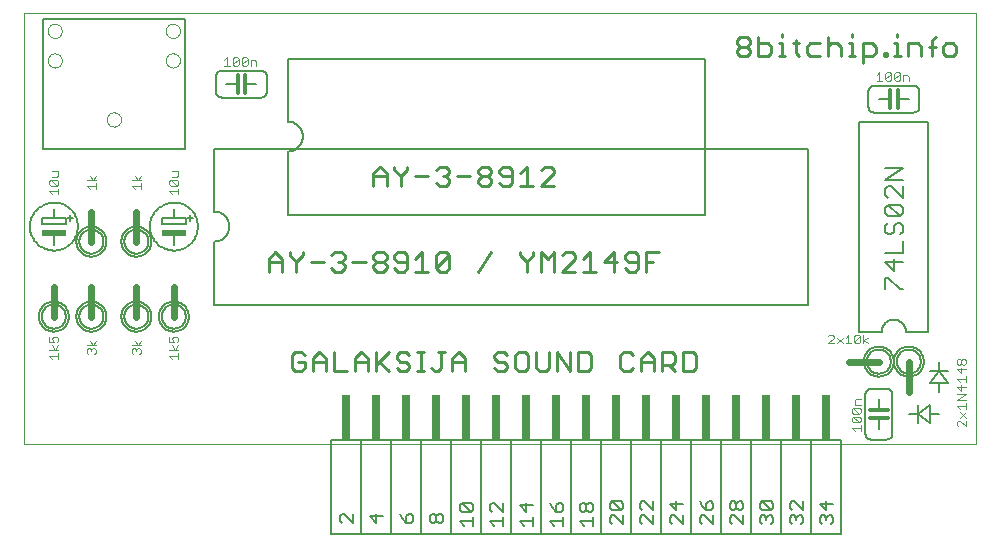
<source format=gto>
G75*
G70*
%OFA0B0*%
%FSLAX24Y24*%
%IPPOS*%
%LPD*%
%AMOC8*
5,1,8,0,0,1.08239X$1,22.5*
%
%ADD10C,0.0000*%
%ADD11C,0.0110*%
%ADD12C,0.0060*%
%ADD13C,0.0080*%
%ADD14C,0.0030*%
%ADD15C,0.0240*%
%ADD16C,0.0120*%
%ADD17C,0.0050*%
%ADD18R,0.0260X0.0320*%
%ADD19R,0.0260X0.0680*%
%ADD20R,0.0260X0.0460*%
%ADD21R,0.0800X0.0200*%
D10*
X002180Y003130D02*
X002180Y017500D01*
X033922Y017500D01*
X033922Y003130D01*
X002180Y003130D01*
X004944Y013949D02*
X004946Y013979D01*
X004952Y014009D01*
X004961Y014038D01*
X004974Y014065D01*
X004991Y014090D01*
X005010Y014113D01*
X005033Y014134D01*
X005058Y014151D01*
X005084Y014165D01*
X005113Y014175D01*
X005142Y014182D01*
X005172Y014185D01*
X005203Y014184D01*
X005233Y014179D01*
X005262Y014170D01*
X005289Y014158D01*
X005315Y014143D01*
X005339Y014124D01*
X005360Y014102D01*
X005378Y014078D01*
X005393Y014051D01*
X005404Y014023D01*
X005412Y013994D01*
X005416Y013964D01*
X005416Y013934D01*
X005412Y013904D01*
X005404Y013875D01*
X005393Y013847D01*
X005378Y013820D01*
X005360Y013796D01*
X005339Y013774D01*
X005315Y013755D01*
X005289Y013740D01*
X005262Y013728D01*
X005233Y013719D01*
X005203Y013714D01*
X005172Y013713D01*
X005142Y013716D01*
X005113Y013723D01*
X005084Y013733D01*
X005058Y013747D01*
X005033Y013764D01*
X005010Y013785D01*
X004991Y013808D01*
X004974Y013833D01*
X004961Y013860D01*
X004952Y013889D01*
X004946Y013919D01*
X004944Y013949D01*
X002975Y015917D02*
X002977Y015947D01*
X002983Y015977D01*
X002992Y016006D01*
X003005Y016033D01*
X003022Y016058D01*
X003041Y016081D01*
X003064Y016102D01*
X003089Y016119D01*
X003115Y016133D01*
X003144Y016143D01*
X003173Y016150D01*
X003203Y016153D01*
X003234Y016152D01*
X003264Y016147D01*
X003293Y016138D01*
X003320Y016126D01*
X003346Y016111D01*
X003370Y016092D01*
X003391Y016070D01*
X003409Y016046D01*
X003424Y016019D01*
X003435Y015991D01*
X003443Y015962D01*
X003447Y015932D01*
X003447Y015902D01*
X003443Y015872D01*
X003435Y015843D01*
X003424Y015815D01*
X003409Y015788D01*
X003391Y015764D01*
X003370Y015742D01*
X003346Y015723D01*
X003320Y015708D01*
X003293Y015696D01*
X003264Y015687D01*
X003234Y015682D01*
X003203Y015681D01*
X003173Y015684D01*
X003144Y015691D01*
X003115Y015701D01*
X003089Y015715D01*
X003064Y015732D01*
X003041Y015753D01*
X003022Y015776D01*
X003005Y015801D01*
X002992Y015828D01*
X002983Y015857D01*
X002977Y015887D01*
X002975Y015917D01*
X002975Y016902D02*
X002977Y016932D01*
X002983Y016962D01*
X002992Y016991D01*
X003005Y017018D01*
X003022Y017043D01*
X003041Y017066D01*
X003064Y017087D01*
X003089Y017104D01*
X003115Y017118D01*
X003144Y017128D01*
X003173Y017135D01*
X003203Y017138D01*
X003234Y017137D01*
X003264Y017132D01*
X003293Y017123D01*
X003320Y017111D01*
X003346Y017096D01*
X003370Y017077D01*
X003391Y017055D01*
X003409Y017031D01*
X003424Y017004D01*
X003435Y016976D01*
X003443Y016947D01*
X003447Y016917D01*
X003447Y016887D01*
X003443Y016857D01*
X003435Y016828D01*
X003424Y016800D01*
X003409Y016773D01*
X003391Y016749D01*
X003370Y016727D01*
X003346Y016708D01*
X003320Y016693D01*
X003293Y016681D01*
X003264Y016672D01*
X003234Y016667D01*
X003203Y016666D01*
X003173Y016669D01*
X003144Y016676D01*
X003115Y016686D01*
X003089Y016700D01*
X003064Y016717D01*
X003041Y016738D01*
X003022Y016761D01*
X003005Y016786D01*
X002992Y016813D01*
X002983Y016842D01*
X002977Y016872D01*
X002975Y016902D01*
X006913Y016902D02*
X006915Y016932D01*
X006921Y016962D01*
X006930Y016991D01*
X006943Y017018D01*
X006960Y017043D01*
X006979Y017066D01*
X007002Y017087D01*
X007027Y017104D01*
X007053Y017118D01*
X007082Y017128D01*
X007111Y017135D01*
X007141Y017138D01*
X007172Y017137D01*
X007202Y017132D01*
X007231Y017123D01*
X007258Y017111D01*
X007284Y017096D01*
X007308Y017077D01*
X007329Y017055D01*
X007347Y017031D01*
X007362Y017004D01*
X007373Y016976D01*
X007381Y016947D01*
X007385Y016917D01*
X007385Y016887D01*
X007381Y016857D01*
X007373Y016828D01*
X007362Y016800D01*
X007347Y016773D01*
X007329Y016749D01*
X007308Y016727D01*
X007284Y016708D01*
X007258Y016693D01*
X007231Y016681D01*
X007202Y016672D01*
X007172Y016667D01*
X007141Y016666D01*
X007111Y016669D01*
X007082Y016676D01*
X007053Y016686D01*
X007027Y016700D01*
X007002Y016717D01*
X006979Y016738D01*
X006960Y016761D01*
X006943Y016786D01*
X006930Y016813D01*
X006921Y016842D01*
X006915Y016872D01*
X006913Y016902D01*
X006913Y015917D02*
X006915Y015947D01*
X006921Y015977D01*
X006930Y016006D01*
X006943Y016033D01*
X006960Y016058D01*
X006979Y016081D01*
X007002Y016102D01*
X007027Y016119D01*
X007053Y016133D01*
X007082Y016143D01*
X007111Y016150D01*
X007141Y016153D01*
X007172Y016152D01*
X007202Y016147D01*
X007231Y016138D01*
X007258Y016126D01*
X007284Y016111D01*
X007308Y016092D01*
X007329Y016070D01*
X007347Y016046D01*
X007362Y016019D01*
X007373Y015991D01*
X007381Y015962D01*
X007385Y015932D01*
X007385Y015902D01*
X007381Y015872D01*
X007373Y015843D01*
X007362Y015815D01*
X007347Y015788D01*
X007329Y015764D01*
X007308Y015742D01*
X007284Y015723D01*
X007258Y015708D01*
X007231Y015696D01*
X007202Y015687D01*
X007172Y015682D01*
X007141Y015681D01*
X007111Y015684D01*
X007082Y015691D01*
X007053Y015701D01*
X007027Y015715D01*
X007002Y015732D01*
X006979Y015753D01*
X006960Y015776D01*
X006943Y015801D01*
X006930Y015828D01*
X006921Y015857D01*
X006915Y015887D01*
X006913Y015917D01*
D11*
X013836Y012164D02*
X014053Y012381D01*
X014270Y012164D01*
X014270Y011730D01*
X014270Y012055D02*
X013836Y012055D01*
X013836Y012164D02*
X013836Y011730D01*
X014536Y012272D02*
X014753Y012055D01*
X014753Y011730D01*
X014753Y012055D02*
X014969Y012272D01*
X014969Y012381D01*
X014536Y012381D02*
X014536Y012272D01*
X015236Y012055D02*
X015669Y012055D01*
X015935Y011838D02*
X016044Y011730D01*
X016261Y011730D01*
X016369Y011838D01*
X016369Y011947D01*
X016261Y012055D01*
X016152Y012055D01*
X016261Y012055D02*
X016369Y012164D01*
X016369Y012272D01*
X016261Y012381D01*
X016044Y012381D01*
X015935Y012272D01*
X016635Y012055D02*
X017069Y012055D01*
X017335Y011947D02*
X017335Y011838D01*
X017443Y011730D01*
X017660Y011730D01*
X017769Y011838D01*
X017769Y011947D01*
X017660Y012055D01*
X017443Y012055D01*
X017335Y012164D01*
X017335Y012272D01*
X017443Y012381D01*
X017660Y012381D01*
X017769Y012272D01*
X017769Y012164D01*
X017660Y012055D01*
X017443Y012055D02*
X017335Y011947D01*
X018035Y011838D02*
X018143Y011730D01*
X018360Y011730D01*
X018468Y011838D01*
X018468Y012272D01*
X018360Y012381D01*
X018143Y012381D01*
X018035Y012272D01*
X018035Y012164D01*
X018143Y012055D01*
X018468Y012055D01*
X018734Y012164D02*
X018951Y012381D01*
X018951Y011730D01*
X018734Y011730D02*
X019168Y011730D01*
X019434Y011730D02*
X019868Y012164D01*
X019868Y012272D01*
X019760Y012381D01*
X019543Y012381D01*
X019434Y012272D01*
X019434Y011730D02*
X019868Y011730D01*
X019868Y009531D02*
X019868Y008880D01*
X020134Y008880D02*
X020568Y009314D01*
X020568Y009422D01*
X020459Y009531D01*
X020243Y009531D01*
X020134Y009422D01*
X019868Y009531D02*
X019651Y009314D01*
X019434Y009531D01*
X019434Y008880D01*
X018951Y008880D02*
X018951Y009205D01*
X019168Y009422D01*
X019168Y009531D01*
X018951Y009205D02*
X018734Y009422D01*
X018734Y009531D01*
X017769Y009531D02*
X017335Y008880D01*
X016369Y008988D02*
X016369Y009422D01*
X015935Y008988D01*
X016044Y008880D01*
X016261Y008880D01*
X016369Y008988D01*
X015935Y008988D02*
X015935Y009422D01*
X016044Y009531D01*
X016261Y009531D01*
X016369Y009422D01*
X015452Y009531D02*
X015452Y008880D01*
X015235Y008880D02*
X015669Y008880D01*
X014969Y008988D02*
X014861Y008880D01*
X014644Y008880D01*
X014536Y008988D01*
X014644Y009205D02*
X014969Y009205D01*
X014969Y008988D02*
X014969Y009422D01*
X014861Y009531D01*
X014644Y009531D01*
X014536Y009422D01*
X014536Y009314D01*
X014644Y009205D01*
X015235Y009314D02*
X015452Y009531D01*
X014270Y009422D02*
X014270Y009314D01*
X014161Y009205D01*
X013944Y009205D01*
X013836Y009314D01*
X013836Y009422D01*
X013944Y009531D01*
X014161Y009531D01*
X014270Y009422D01*
X014161Y009205D02*
X014270Y009097D01*
X014270Y008988D01*
X014161Y008880D01*
X013944Y008880D01*
X013836Y008988D01*
X013836Y009097D01*
X013944Y009205D01*
X013570Y009205D02*
X013136Y009205D01*
X012870Y009097D02*
X012870Y008988D01*
X012762Y008880D01*
X012545Y008880D01*
X012436Y008988D01*
X012653Y009205D02*
X012762Y009205D01*
X012870Y009097D01*
X012762Y009205D02*
X012870Y009314D01*
X012870Y009422D01*
X012762Y009531D01*
X012545Y009531D01*
X012436Y009422D01*
X012170Y009205D02*
X011737Y009205D01*
X011470Y009422D02*
X011470Y009531D01*
X011470Y009422D02*
X011254Y009205D01*
X011254Y008880D01*
X011254Y009205D02*
X011037Y009422D01*
X011037Y009531D01*
X010771Y009314D02*
X010771Y008880D01*
X010337Y008880D02*
X010337Y009314D01*
X010554Y009531D01*
X010771Y009314D01*
X010771Y009205D02*
X010337Y009205D01*
X011212Y006206D02*
X011104Y006097D01*
X011104Y005663D01*
X011212Y005555D01*
X011429Y005555D01*
X011537Y005663D01*
X011537Y005880D01*
X011321Y005880D01*
X011537Y006097D02*
X011429Y006206D01*
X011212Y006206D01*
X011803Y005989D02*
X012020Y006206D01*
X012237Y005989D01*
X012237Y005555D01*
X012503Y005555D02*
X012937Y005555D01*
X013203Y005555D02*
X013203Y005989D01*
X013420Y006206D01*
X013637Y005989D01*
X013637Y005555D01*
X013903Y005555D02*
X013903Y006206D01*
X014011Y005880D02*
X014337Y005555D01*
X014603Y005663D02*
X014711Y005555D01*
X014928Y005555D01*
X015036Y005663D01*
X015036Y005772D01*
X014928Y005880D01*
X014711Y005880D01*
X014603Y005989D01*
X014603Y006097D01*
X014711Y006206D01*
X014928Y006206D01*
X015036Y006097D01*
X015302Y006206D02*
X015519Y006206D01*
X015411Y006206D02*
X015411Y005555D01*
X015519Y005555D02*
X015302Y005555D01*
X015769Y005663D02*
X015877Y005555D01*
X015986Y005555D01*
X016094Y005663D01*
X016094Y006206D01*
X015986Y006206D02*
X016203Y006206D01*
X016469Y005989D02*
X016686Y006206D01*
X016902Y005989D01*
X016902Y005555D01*
X016469Y005555D02*
X016469Y005989D01*
X016469Y005880D02*
X016902Y005880D01*
X017868Y005989D02*
X017977Y005880D01*
X018194Y005880D01*
X018302Y005772D01*
X018302Y005663D01*
X018194Y005555D01*
X017977Y005555D01*
X017868Y005663D01*
X017868Y005989D02*
X017868Y006097D01*
X017977Y006206D01*
X018194Y006206D01*
X018302Y006097D01*
X018568Y006097D02*
X018677Y006206D01*
X018893Y006206D01*
X019002Y006097D01*
X019002Y005663D01*
X018893Y005555D01*
X018677Y005555D01*
X018568Y005663D01*
X018568Y006097D01*
X019268Y006206D02*
X019268Y005663D01*
X019376Y005555D01*
X019593Y005555D01*
X019702Y005663D01*
X019702Y006206D01*
X019968Y006206D02*
X020401Y005555D01*
X020401Y006206D01*
X020668Y006206D02*
X020993Y006206D01*
X021101Y006097D01*
X021101Y005663D01*
X020993Y005555D01*
X020668Y005555D01*
X020668Y006206D01*
X019968Y006206D02*
X019968Y005555D01*
X022067Y005663D02*
X022176Y005555D01*
X022392Y005555D01*
X022501Y005663D01*
X022767Y005555D02*
X022767Y005989D01*
X022984Y006206D01*
X023201Y005989D01*
X023201Y005555D01*
X023467Y005555D02*
X023467Y006206D01*
X023792Y006206D01*
X023900Y006097D01*
X023900Y005880D01*
X023792Y005772D01*
X023467Y005772D01*
X023684Y005772D02*
X023900Y005555D01*
X024167Y005555D02*
X024492Y005555D01*
X024600Y005663D01*
X024600Y006097D01*
X024492Y006206D01*
X024167Y006206D01*
X024167Y005555D01*
X023201Y005880D02*
X022767Y005880D01*
X022501Y006097D02*
X022392Y006206D01*
X022176Y006206D01*
X022067Y006097D01*
X022067Y005663D01*
X021859Y008880D02*
X021859Y009531D01*
X021534Y009205D01*
X021967Y009205D01*
X022233Y009314D02*
X022342Y009205D01*
X022667Y009205D01*
X022667Y008988D02*
X022667Y009422D01*
X022559Y009531D01*
X022342Y009531D01*
X022233Y009422D01*
X022233Y009314D01*
X022233Y008988D02*
X022342Y008880D01*
X022559Y008880D01*
X022667Y008988D01*
X022933Y008880D02*
X022933Y009531D01*
X023367Y009531D01*
X023150Y009205D02*
X022933Y009205D01*
X021268Y008880D02*
X020834Y008880D01*
X021051Y008880D02*
X021051Y009531D01*
X020834Y009314D01*
X020568Y008880D02*
X020134Y008880D01*
X014337Y006206D02*
X013903Y005772D01*
X013637Y005880D02*
X013203Y005880D01*
X012503Y005555D02*
X012503Y006206D01*
X012237Y005880D02*
X011803Y005880D01*
X011803Y005989D02*
X011803Y005555D01*
X030143Y015838D02*
X030143Y016489D01*
X030468Y016489D01*
X030577Y016380D01*
X030577Y016163D01*
X030468Y016055D01*
X030143Y016055D01*
X029894Y016055D02*
X029677Y016055D01*
X029785Y016055D02*
X029785Y016489D01*
X029677Y016489D01*
X029411Y016380D02*
X029411Y016055D01*
X028977Y016055D02*
X028977Y016706D01*
X029085Y016489D02*
X029302Y016489D01*
X029411Y016380D01*
X029085Y016489D02*
X028977Y016380D01*
X028711Y016489D02*
X028386Y016489D01*
X028277Y016380D01*
X028277Y016163D01*
X028386Y016055D01*
X028711Y016055D01*
X028027Y016055D02*
X027919Y016163D01*
X027919Y016597D01*
X027811Y016489D02*
X028027Y016489D01*
X027452Y016489D02*
X027452Y016055D01*
X027344Y016055D02*
X027561Y016055D01*
X027452Y016489D02*
X027344Y016489D01*
X027078Y016380D02*
X027078Y016163D01*
X026970Y016055D01*
X026644Y016055D01*
X026644Y016706D01*
X026378Y016597D02*
X026378Y016489D01*
X026270Y016380D01*
X026053Y016380D01*
X025944Y016489D01*
X025944Y016597D01*
X026053Y016706D01*
X026270Y016706D01*
X026378Y016597D01*
X026270Y016380D02*
X026378Y016272D01*
X026378Y016163D01*
X026270Y016055D01*
X026053Y016055D01*
X025944Y016163D01*
X025944Y016272D01*
X026053Y016380D01*
X026644Y016489D02*
X026970Y016489D01*
X027078Y016380D01*
X027452Y016706D02*
X027452Y016814D01*
X029785Y016814D02*
X029785Y016706D01*
X030843Y016163D02*
X030951Y016163D01*
X030951Y016055D01*
X030843Y016055D01*
X030843Y016163D01*
X031193Y016055D02*
X031410Y016055D01*
X031301Y016055D02*
X031301Y016489D01*
X031193Y016489D01*
X031659Y016489D02*
X031985Y016489D01*
X032093Y016380D01*
X032093Y016055D01*
X032468Y016055D02*
X032468Y016597D01*
X032576Y016706D01*
X032576Y016380D02*
X032359Y016380D01*
X032826Y016380D02*
X032826Y016163D01*
X032934Y016055D01*
X033151Y016055D01*
X033259Y016163D01*
X033259Y016380D01*
X033151Y016489D01*
X032934Y016489D01*
X032826Y016380D01*
X031659Y016489D02*
X031659Y016055D01*
X031301Y016706D02*
X031301Y016814D01*
D12*
X031830Y015080D02*
X030530Y015080D01*
X030504Y015078D01*
X030478Y015073D01*
X030453Y015065D01*
X030430Y015053D01*
X030408Y015039D01*
X030389Y015021D01*
X030371Y015002D01*
X030357Y014980D01*
X030345Y014957D01*
X030337Y014932D01*
X030332Y014906D01*
X030330Y014880D01*
X030330Y014380D01*
X030332Y014354D01*
X030337Y014328D01*
X030345Y014303D01*
X030357Y014280D01*
X030371Y014258D01*
X030389Y014239D01*
X030408Y014221D01*
X030430Y014207D01*
X030453Y014195D01*
X030478Y014187D01*
X030504Y014182D01*
X030530Y014180D01*
X031830Y014180D01*
X031856Y014182D01*
X031882Y014187D01*
X031907Y014195D01*
X031930Y014207D01*
X031952Y014221D01*
X031971Y014239D01*
X031989Y014258D01*
X032003Y014280D01*
X032015Y014303D01*
X032023Y014328D01*
X032028Y014354D01*
X032030Y014380D01*
X032030Y014880D01*
X032028Y014906D01*
X032023Y014932D01*
X032015Y014957D01*
X032003Y014980D01*
X031989Y015002D01*
X031971Y015021D01*
X031952Y015039D01*
X031930Y015053D01*
X031907Y015065D01*
X031882Y015073D01*
X031856Y015078D01*
X031830Y015080D01*
X031680Y014630D02*
X031310Y014630D01*
X031060Y014630D02*
X030680Y014630D01*
X030030Y013880D02*
X032330Y013880D01*
X032330Y006880D01*
X031580Y006880D01*
X031578Y006919D01*
X031572Y006958D01*
X031563Y006996D01*
X031550Y007033D01*
X031533Y007069D01*
X031513Y007102D01*
X031489Y007134D01*
X031463Y007163D01*
X031434Y007189D01*
X031402Y007213D01*
X031369Y007233D01*
X031333Y007250D01*
X031296Y007263D01*
X031258Y007272D01*
X031219Y007278D01*
X031180Y007280D01*
X031141Y007278D01*
X031102Y007272D01*
X031064Y007263D01*
X031027Y007250D01*
X030991Y007233D01*
X030958Y007213D01*
X030926Y007189D01*
X030897Y007163D01*
X030871Y007134D01*
X030847Y007102D01*
X030827Y007069D01*
X030810Y007033D01*
X030797Y006996D01*
X030788Y006958D01*
X030782Y006919D01*
X030780Y006880D01*
X030030Y006880D01*
X030030Y013880D01*
X028330Y012980D02*
X008530Y012980D01*
X008530Y010880D01*
X007830Y010680D02*
X007630Y010680D01*
X007580Y010680D02*
X007180Y010680D01*
X006780Y010680D01*
X006780Y010480D01*
X007580Y010480D01*
X007580Y010680D01*
X007730Y010780D02*
X007730Y010580D01*
X007180Y010680D02*
X007180Y010980D01*
X006380Y010380D02*
X006382Y010436D01*
X006388Y010493D01*
X006398Y010548D01*
X006412Y010603D01*
X006429Y010657D01*
X006451Y010709D01*
X006476Y010759D01*
X006504Y010808D01*
X006536Y010855D01*
X006571Y010899D01*
X006609Y010941D01*
X006650Y010980D01*
X006694Y011015D01*
X006740Y011048D01*
X006788Y011077D01*
X006838Y011103D01*
X006890Y011126D01*
X006944Y011144D01*
X006998Y011159D01*
X007053Y011170D01*
X007109Y011177D01*
X007166Y011180D01*
X007222Y011179D01*
X007279Y011174D01*
X007334Y011165D01*
X007389Y011152D01*
X007443Y011135D01*
X007496Y011115D01*
X007547Y011091D01*
X007596Y011063D01*
X007643Y011032D01*
X007688Y010998D01*
X007731Y010960D01*
X007770Y010920D01*
X007807Y010877D01*
X007840Y010832D01*
X007870Y010784D01*
X007897Y010734D01*
X007920Y010683D01*
X007940Y010630D01*
X007956Y010576D01*
X007968Y010520D01*
X007976Y010465D01*
X007980Y010408D01*
X007980Y010352D01*
X007976Y010295D01*
X007968Y010240D01*
X007956Y010184D01*
X007940Y010130D01*
X007920Y010077D01*
X007897Y010026D01*
X007870Y009976D01*
X007840Y009928D01*
X007807Y009883D01*
X007770Y009840D01*
X007731Y009800D01*
X007688Y009762D01*
X007643Y009728D01*
X007596Y009697D01*
X007547Y009669D01*
X007496Y009645D01*
X007443Y009625D01*
X007389Y009608D01*
X007334Y009595D01*
X007279Y009586D01*
X007222Y009581D01*
X007166Y009580D01*
X007109Y009583D01*
X007053Y009590D01*
X006998Y009601D01*
X006944Y009616D01*
X006890Y009634D01*
X006838Y009657D01*
X006788Y009683D01*
X006740Y009712D01*
X006694Y009745D01*
X006650Y009780D01*
X006609Y009819D01*
X006571Y009861D01*
X006536Y009905D01*
X006504Y009952D01*
X006476Y010001D01*
X006451Y010051D01*
X006429Y010103D01*
X006412Y010157D01*
X006398Y010212D01*
X006388Y010267D01*
X006382Y010324D01*
X006380Y010380D01*
X005530Y009880D02*
X005532Y009920D01*
X005538Y009959D01*
X005548Y009998D01*
X005561Y010035D01*
X005579Y010071D01*
X005600Y010105D01*
X005624Y010137D01*
X005651Y010166D01*
X005681Y010193D01*
X005713Y010216D01*
X005748Y010236D01*
X005784Y010252D01*
X005822Y010265D01*
X005861Y010274D01*
X005900Y010279D01*
X005940Y010280D01*
X005980Y010277D01*
X006019Y010270D01*
X006057Y010259D01*
X006095Y010245D01*
X006130Y010226D01*
X006163Y010205D01*
X006195Y010180D01*
X006223Y010152D01*
X006249Y010122D01*
X006271Y010089D01*
X006290Y010054D01*
X006306Y010017D01*
X006318Y009979D01*
X006326Y009940D01*
X006330Y009900D01*
X006330Y009860D01*
X006326Y009820D01*
X006318Y009781D01*
X006306Y009743D01*
X006290Y009706D01*
X006271Y009671D01*
X006249Y009638D01*
X006223Y009608D01*
X006195Y009580D01*
X006163Y009555D01*
X006130Y009534D01*
X006095Y009515D01*
X006057Y009501D01*
X006019Y009490D01*
X005980Y009483D01*
X005940Y009480D01*
X005900Y009481D01*
X005861Y009486D01*
X005822Y009495D01*
X005784Y009508D01*
X005748Y009524D01*
X005713Y009544D01*
X005681Y009567D01*
X005651Y009594D01*
X005624Y009623D01*
X005600Y009655D01*
X005579Y009689D01*
X005561Y009725D01*
X005548Y009762D01*
X005538Y009801D01*
X005532Y009840D01*
X005530Y009880D01*
X005430Y009880D02*
X005432Y009924D01*
X005438Y009968D01*
X005448Y010011D01*
X005461Y010053D01*
X005478Y010094D01*
X005499Y010133D01*
X005523Y010170D01*
X005550Y010205D01*
X005580Y010237D01*
X005613Y010267D01*
X005649Y010293D01*
X005686Y010317D01*
X005726Y010336D01*
X005767Y010353D01*
X005810Y010365D01*
X005853Y010374D01*
X005897Y010379D01*
X005941Y010380D01*
X005985Y010377D01*
X006029Y010370D01*
X006072Y010359D01*
X006114Y010345D01*
X006154Y010327D01*
X006193Y010305D01*
X006229Y010281D01*
X006263Y010253D01*
X006295Y010222D01*
X006324Y010188D01*
X006350Y010152D01*
X006372Y010114D01*
X006391Y010074D01*
X006406Y010032D01*
X006418Y009990D01*
X006426Y009946D01*
X006430Y009902D01*
X006430Y009858D01*
X006426Y009814D01*
X006418Y009770D01*
X006406Y009728D01*
X006391Y009686D01*
X006372Y009646D01*
X006350Y009608D01*
X006324Y009572D01*
X006295Y009538D01*
X006263Y009507D01*
X006229Y009479D01*
X006193Y009455D01*
X006154Y009433D01*
X006114Y009415D01*
X006072Y009401D01*
X006029Y009390D01*
X005985Y009383D01*
X005941Y009380D01*
X005897Y009381D01*
X005853Y009386D01*
X005810Y009395D01*
X005767Y009407D01*
X005726Y009424D01*
X005686Y009443D01*
X005649Y009467D01*
X005613Y009493D01*
X005580Y009523D01*
X005550Y009555D01*
X005523Y009590D01*
X005499Y009627D01*
X005478Y009666D01*
X005461Y009707D01*
X005448Y009749D01*
X005438Y009792D01*
X005432Y009836D01*
X005430Y009880D01*
X004030Y009880D02*
X004032Y009920D01*
X004038Y009959D01*
X004048Y009998D01*
X004061Y010035D01*
X004079Y010071D01*
X004100Y010105D01*
X004124Y010137D01*
X004151Y010166D01*
X004181Y010193D01*
X004213Y010216D01*
X004248Y010236D01*
X004284Y010252D01*
X004322Y010265D01*
X004361Y010274D01*
X004400Y010279D01*
X004440Y010280D01*
X004480Y010277D01*
X004519Y010270D01*
X004557Y010259D01*
X004595Y010245D01*
X004630Y010226D01*
X004663Y010205D01*
X004695Y010180D01*
X004723Y010152D01*
X004749Y010122D01*
X004771Y010089D01*
X004790Y010054D01*
X004806Y010017D01*
X004818Y009979D01*
X004826Y009940D01*
X004830Y009900D01*
X004830Y009860D01*
X004826Y009820D01*
X004818Y009781D01*
X004806Y009743D01*
X004790Y009706D01*
X004771Y009671D01*
X004749Y009638D01*
X004723Y009608D01*
X004695Y009580D01*
X004663Y009555D01*
X004630Y009534D01*
X004595Y009515D01*
X004557Y009501D01*
X004519Y009490D01*
X004480Y009483D01*
X004440Y009480D01*
X004400Y009481D01*
X004361Y009486D01*
X004322Y009495D01*
X004284Y009508D01*
X004248Y009524D01*
X004213Y009544D01*
X004181Y009567D01*
X004151Y009594D01*
X004124Y009623D01*
X004100Y009655D01*
X004079Y009689D01*
X004061Y009725D01*
X004048Y009762D01*
X004038Y009801D01*
X004032Y009840D01*
X004030Y009880D01*
X003930Y009880D02*
X003932Y009924D01*
X003938Y009968D01*
X003948Y010011D01*
X003961Y010053D01*
X003978Y010094D01*
X003999Y010133D01*
X004023Y010170D01*
X004050Y010205D01*
X004080Y010237D01*
X004113Y010267D01*
X004149Y010293D01*
X004186Y010317D01*
X004226Y010336D01*
X004267Y010353D01*
X004310Y010365D01*
X004353Y010374D01*
X004397Y010379D01*
X004441Y010380D01*
X004485Y010377D01*
X004529Y010370D01*
X004572Y010359D01*
X004614Y010345D01*
X004654Y010327D01*
X004693Y010305D01*
X004729Y010281D01*
X004763Y010253D01*
X004795Y010222D01*
X004824Y010188D01*
X004850Y010152D01*
X004872Y010114D01*
X004891Y010074D01*
X004906Y010032D01*
X004918Y009990D01*
X004926Y009946D01*
X004930Y009902D01*
X004930Y009858D01*
X004926Y009814D01*
X004918Y009770D01*
X004906Y009728D01*
X004891Y009686D01*
X004872Y009646D01*
X004850Y009608D01*
X004824Y009572D01*
X004795Y009538D01*
X004763Y009507D01*
X004729Y009479D01*
X004693Y009455D01*
X004654Y009433D01*
X004614Y009415D01*
X004572Y009401D01*
X004529Y009390D01*
X004485Y009383D01*
X004441Y009380D01*
X004397Y009381D01*
X004353Y009386D01*
X004310Y009395D01*
X004267Y009407D01*
X004226Y009424D01*
X004186Y009443D01*
X004149Y009467D01*
X004113Y009493D01*
X004080Y009523D01*
X004050Y009555D01*
X004023Y009590D01*
X003999Y009627D01*
X003978Y009666D01*
X003961Y009707D01*
X003948Y009749D01*
X003938Y009792D01*
X003932Y009836D01*
X003930Y009880D01*
X003180Y009780D02*
X003180Y010130D01*
X002380Y010380D02*
X002382Y010436D01*
X002388Y010493D01*
X002398Y010548D01*
X002412Y010603D01*
X002429Y010657D01*
X002451Y010709D01*
X002476Y010759D01*
X002504Y010808D01*
X002536Y010855D01*
X002571Y010899D01*
X002609Y010941D01*
X002650Y010980D01*
X002694Y011015D01*
X002740Y011048D01*
X002788Y011077D01*
X002838Y011103D01*
X002890Y011126D01*
X002944Y011144D01*
X002998Y011159D01*
X003053Y011170D01*
X003109Y011177D01*
X003166Y011180D01*
X003222Y011179D01*
X003279Y011174D01*
X003334Y011165D01*
X003389Y011152D01*
X003443Y011135D01*
X003496Y011115D01*
X003547Y011091D01*
X003596Y011063D01*
X003643Y011032D01*
X003688Y010998D01*
X003731Y010960D01*
X003770Y010920D01*
X003807Y010877D01*
X003840Y010832D01*
X003870Y010784D01*
X003897Y010734D01*
X003920Y010683D01*
X003940Y010630D01*
X003956Y010576D01*
X003968Y010520D01*
X003976Y010465D01*
X003980Y010408D01*
X003980Y010352D01*
X003976Y010295D01*
X003968Y010240D01*
X003956Y010184D01*
X003940Y010130D01*
X003920Y010077D01*
X003897Y010026D01*
X003870Y009976D01*
X003840Y009928D01*
X003807Y009883D01*
X003770Y009840D01*
X003731Y009800D01*
X003688Y009762D01*
X003643Y009728D01*
X003596Y009697D01*
X003547Y009669D01*
X003496Y009645D01*
X003443Y009625D01*
X003389Y009608D01*
X003334Y009595D01*
X003279Y009586D01*
X003222Y009581D01*
X003166Y009580D01*
X003109Y009583D01*
X003053Y009590D01*
X002998Y009601D01*
X002944Y009616D01*
X002890Y009634D01*
X002838Y009657D01*
X002788Y009683D01*
X002740Y009712D01*
X002694Y009745D01*
X002650Y009780D01*
X002609Y009819D01*
X002571Y009861D01*
X002536Y009905D01*
X002504Y009952D01*
X002476Y010001D01*
X002451Y010051D01*
X002429Y010103D01*
X002412Y010157D01*
X002398Y010212D01*
X002388Y010267D01*
X002382Y010324D01*
X002380Y010380D01*
X002780Y010480D02*
X003580Y010480D01*
X003580Y010680D01*
X003180Y010680D01*
X002780Y010680D01*
X002780Y010480D01*
X003180Y010680D02*
X003180Y010980D01*
X003730Y010780D02*
X003730Y010580D01*
X003630Y010680D02*
X003830Y010680D01*
X007180Y010130D02*
X007180Y009780D01*
X008530Y009880D02*
X008530Y007780D01*
X028330Y007780D01*
X028330Y012980D01*
X024880Y010780D02*
X010980Y010780D01*
X010980Y012880D01*
X011024Y012882D01*
X011067Y012888D01*
X011109Y012897D01*
X011151Y012910D01*
X011191Y012927D01*
X011230Y012947D01*
X011267Y012970D01*
X011301Y012997D01*
X011334Y013026D01*
X011363Y013059D01*
X011390Y013093D01*
X011413Y013130D01*
X011433Y013169D01*
X011450Y013209D01*
X011463Y013251D01*
X011472Y013293D01*
X011478Y013336D01*
X011480Y013380D01*
X011478Y013424D01*
X011472Y013467D01*
X011463Y013509D01*
X011450Y013551D01*
X011433Y013591D01*
X011413Y013630D01*
X011390Y013667D01*
X011363Y013701D01*
X011334Y013734D01*
X011301Y013763D01*
X011267Y013790D01*
X011230Y013813D01*
X011191Y013833D01*
X011151Y013850D01*
X011109Y013863D01*
X011067Y013872D01*
X011024Y013878D01*
X010980Y013880D01*
X010980Y015980D01*
X024880Y015980D01*
X024880Y010780D01*
X030280Y005880D02*
X030282Y005920D01*
X030288Y005959D01*
X030298Y005998D01*
X030311Y006035D01*
X030329Y006071D01*
X030350Y006105D01*
X030374Y006137D01*
X030401Y006166D01*
X030431Y006193D01*
X030463Y006216D01*
X030498Y006236D01*
X030534Y006252D01*
X030572Y006265D01*
X030611Y006274D01*
X030650Y006279D01*
X030690Y006280D01*
X030730Y006277D01*
X030769Y006270D01*
X030807Y006259D01*
X030845Y006245D01*
X030880Y006226D01*
X030913Y006205D01*
X030945Y006180D01*
X030973Y006152D01*
X030999Y006122D01*
X031021Y006089D01*
X031040Y006054D01*
X031056Y006017D01*
X031068Y005979D01*
X031076Y005940D01*
X031080Y005900D01*
X031080Y005860D01*
X031076Y005820D01*
X031068Y005781D01*
X031056Y005743D01*
X031040Y005706D01*
X031021Y005671D01*
X030999Y005638D01*
X030973Y005608D01*
X030945Y005580D01*
X030913Y005555D01*
X030880Y005534D01*
X030845Y005515D01*
X030807Y005501D01*
X030769Y005490D01*
X030730Y005483D01*
X030690Y005480D01*
X030650Y005481D01*
X030611Y005486D01*
X030572Y005495D01*
X030534Y005508D01*
X030498Y005524D01*
X030463Y005544D01*
X030431Y005567D01*
X030401Y005594D01*
X030374Y005623D01*
X030350Y005655D01*
X030329Y005689D01*
X030311Y005725D01*
X030298Y005762D01*
X030288Y005801D01*
X030282Y005840D01*
X030280Y005880D01*
X030180Y005880D02*
X030182Y005924D01*
X030188Y005968D01*
X030198Y006011D01*
X030211Y006053D01*
X030228Y006094D01*
X030249Y006133D01*
X030273Y006170D01*
X030300Y006205D01*
X030330Y006237D01*
X030363Y006267D01*
X030399Y006293D01*
X030436Y006317D01*
X030476Y006336D01*
X030517Y006353D01*
X030560Y006365D01*
X030603Y006374D01*
X030647Y006379D01*
X030691Y006380D01*
X030735Y006377D01*
X030779Y006370D01*
X030822Y006359D01*
X030864Y006345D01*
X030904Y006327D01*
X030943Y006305D01*
X030979Y006281D01*
X031013Y006253D01*
X031045Y006222D01*
X031074Y006188D01*
X031100Y006152D01*
X031122Y006114D01*
X031141Y006074D01*
X031156Y006032D01*
X031168Y005990D01*
X031176Y005946D01*
X031180Y005902D01*
X031180Y005858D01*
X031176Y005814D01*
X031168Y005770D01*
X031156Y005728D01*
X031141Y005686D01*
X031122Y005646D01*
X031100Y005608D01*
X031074Y005572D01*
X031045Y005538D01*
X031013Y005507D01*
X030979Y005479D01*
X030943Y005455D01*
X030904Y005433D01*
X030864Y005415D01*
X030822Y005401D01*
X030779Y005390D01*
X030735Y005383D01*
X030691Y005380D01*
X030647Y005381D01*
X030603Y005386D01*
X030560Y005395D01*
X030517Y005407D01*
X030476Y005424D01*
X030436Y005443D01*
X030399Y005467D01*
X030363Y005493D01*
X030330Y005523D01*
X030300Y005555D01*
X030273Y005590D01*
X030249Y005627D01*
X030228Y005666D01*
X030211Y005707D01*
X030198Y005749D01*
X030188Y005792D01*
X030182Y005836D01*
X030180Y005880D01*
X031280Y005880D02*
X031282Y005920D01*
X031288Y005959D01*
X031298Y005998D01*
X031311Y006035D01*
X031329Y006071D01*
X031350Y006105D01*
X031374Y006137D01*
X031401Y006166D01*
X031431Y006193D01*
X031463Y006216D01*
X031498Y006236D01*
X031534Y006252D01*
X031572Y006265D01*
X031611Y006274D01*
X031650Y006279D01*
X031690Y006280D01*
X031730Y006277D01*
X031769Y006270D01*
X031807Y006259D01*
X031845Y006245D01*
X031880Y006226D01*
X031913Y006205D01*
X031945Y006180D01*
X031973Y006152D01*
X031999Y006122D01*
X032021Y006089D01*
X032040Y006054D01*
X032056Y006017D01*
X032068Y005979D01*
X032076Y005940D01*
X032080Y005900D01*
X032080Y005860D01*
X032076Y005820D01*
X032068Y005781D01*
X032056Y005743D01*
X032040Y005706D01*
X032021Y005671D01*
X031999Y005638D01*
X031973Y005608D01*
X031945Y005580D01*
X031913Y005555D01*
X031880Y005534D01*
X031845Y005515D01*
X031807Y005501D01*
X031769Y005490D01*
X031730Y005483D01*
X031690Y005480D01*
X031650Y005481D01*
X031611Y005486D01*
X031572Y005495D01*
X031534Y005508D01*
X031498Y005524D01*
X031463Y005544D01*
X031431Y005567D01*
X031401Y005594D01*
X031374Y005623D01*
X031350Y005655D01*
X031329Y005689D01*
X031311Y005725D01*
X031298Y005762D01*
X031288Y005801D01*
X031282Y005840D01*
X031280Y005880D01*
X031180Y005880D02*
X031182Y005924D01*
X031188Y005968D01*
X031198Y006011D01*
X031211Y006053D01*
X031228Y006094D01*
X031249Y006133D01*
X031273Y006170D01*
X031300Y006205D01*
X031330Y006237D01*
X031363Y006267D01*
X031399Y006293D01*
X031436Y006317D01*
X031476Y006336D01*
X031517Y006353D01*
X031560Y006365D01*
X031603Y006374D01*
X031647Y006379D01*
X031691Y006380D01*
X031735Y006377D01*
X031779Y006370D01*
X031822Y006359D01*
X031864Y006345D01*
X031904Y006327D01*
X031943Y006305D01*
X031979Y006281D01*
X032013Y006253D01*
X032045Y006222D01*
X032074Y006188D01*
X032100Y006152D01*
X032122Y006114D01*
X032141Y006074D01*
X032156Y006032D01*
X032168Y005990D01*
X032176Y005946D01*
X032180Y005902D01*
X032180Y005858D01*
X032176Y005814D01*
X032168Y005770D01*
X032156Y005728D01*
X032141Y005686D01*
X032122Y005646D01*
X032100Y005608D01*
X032074Y005572D01*
X032045Y005538D01*
X032013Y005507D01*
X031979Y005479D01*
X031943Y005455D01*
X031904Y005433D01*
X031864Y005415D01*
X031822Y005401D01*
X031779Y005390D01*
X031735Y005383D01*
X031691Y005380D01*
X031647Y005381D01*
X031603Y005386D01*
X031560Y005395D01*
X031517Y005407D01*
X031476Y005424D01*
X031436Y005443D01*
X031399Y005467D01*
X031363Y005493D01*
X031330Y005523D01*
X031300Y005555D01*
X031273Y005590D01*
X031249Y005627D01*
X031228Y005666D01*
X031211Y005707D01*
X031198Y005749D01*
X031188Y005792D01*
X031182Y005836D01*
X031180Y005880D01*
X032380Y005580D02*
X032680Y005580D01*
X032680Y005880D01*
X032680Y005580D02*
X032980Y005580D01*
X032680Y005580D02*
X032380Y005180D01*
X032980Y005180D01*
X032680Y005580D01*
X032680Y005180D02*
X032680Y004880D01*
X032380Y004430D02*
X032380Y003830D01*
X031980Y004130D01*
X031980Y003830D01*
X031980Y004130D02*
X031680Y004130D01*
X031980Y004130D02*
X031980Y004430D01*
X031980Y004130D02*
X032380Y004430D01*
X032380Y004130D02*
X032680Y004130D01*
X031130Y003480D02*
X031130Y004780D01*
X031128Y004806D01*
X031123Y004832D01*
X031115Y004857D01*
X031103Y004880D01*
X031089Y004902D01*
X031071Y004921D01*
X031052Y004939D01*
X031030Y004953D01*
X031007Y004965D01*
X030982Y004973D01*
X030956Y004978D01*
X030930Y004980D01*
X030430Y004980D01*
X030404Y004978D01*
X030378Y004973D01*
X030353Y004965D01*
X030330Y004953D01*
X030308Y004939D01*
X030289Y004921D01*
X030271Y004902D01*
X030257Y004880D01*
X030245Y004857D01*
X030237Y004832D01*
X030232Y004806D01*
X030230Y004780D01*
X030230Y003480D01*
X030232Y003454D01*
X030237Y003428D01*
X030245Y003403D01*
X030257Y003380D01*
X030271Y003358D01*
X030289Y003339D01*
X030308Y003321D01*
X030330Y003307D01*
X030353Y003295D01*
X030378Y003287D01*
X030404Y003282D01*
X030430Y003280D01*
X030930Y003280D01*
X030956Y003282D01*
X030982Y003287D01*
X031007Y003295D01*
X031030Y003307D01*
X031052Y003321D01*
X031071Y003339D01*
X031089Y003358D01*
X031103Y003380D01*
X031115Y003403D01*
X031123Y003428D01*
X031128Y003454D01*
X031130Y003480D01*
X030680Y003630D02*
X030680Y004000D01*
X030680Y004250D02*
X030680Y004630D01*
X029430Y003280D02*
X028430Y003280D01*
X028430Y000130D01*
X027430Y000130D01*
X027430Y003280D01*
X028430Y003280D01*
X027430Y003280D02*
X026430Y003280D01*
X025430Y003280D01*
X025430Y000130D01*
X026430Y000130D01*
X027430Y000130D01*
X026430Y000130D02*
X026430Y003280D01*
X025430Y003280D02*
X024430Y003280D01*
X024430Y000130D01*
X025430Y000130D01*
X024430Y000130D02*
X023430Y000130D01*
X022430Y000130D01*
X021430Y000130D01*
X020430Y000130D01*
X020430Y003280D01*
X021430Y003280D01*
X022430Y003280D01*
X023430Y003280D01*
X024430Y003280D01*
X023430Y003280D02*
X023430Y000130D01*
X022430Y000130D02*
X022430Y003280D01*
X021430Y003280D02*
X021430Y000130D01*
X020430Y000130D02*
X019430Y000130D01*
X018430Y000130D01*
X017430Y000130D01*
X017430Y003280D01*
X018430Y003280D01*
X019430Y003280D01*
X020430Y003280D01*
X019430Y003280D02*
X019430Y000130D01*
X018430Y000130D02*
X018430Y003280D01*
X017430Y003280D02*
X016430Y003280D01*
X015430Y003280D01*
X015430Y000130D01*
X016430Y000130D01*
X017430Y000130D01*
X016430Y000130D02*
X016430Y003280D01*
X015430Y003280D02*
X014430Y003280D01*
X014430Y000130D01*
X015430Y000130D01*
X014430Y000130D02*
X013430Y000130D01*
X012430Y000130D01*
X012430Y003280D01*
X013430Y003280D01*
X014430Y003280D01*
X013430Y003280D02*
X013430Y000130D01*
X006780Y007380D02*
X006782Y007420D01*
X006788Y007459D01*
X006798Y007498D01*
X006811Y007535D01*
X006829Y007571D01*
X006850Y007605D01*
X006874Y007637D01*
X006901Y007666D01*
X006931Y007693D01*
X006963Y007716D01*
X006998Y007736D01*
X007034Y007752D01*
X007072Y007765D01*
X007111Y007774D01*
X007150Y007779D01*
X007190Y007780D01*
X007230Y007777D01*
X007269Y007770D01*
X007307Y007759D01*
X007345Y007745D01*
X007380Y007726D01*
X007413Y007705D01*
X007445Y007680D01*
X007473Y007652D01*
X007499Y007622D01*
X007521Y007589D01*
X007540Y007554D01*
X007556Y007517D01*
X007568Y007479D01*
X007576Y007440D01*
X007580Y007400D01*
X007580Y007360D01*
X007576Y007320D01*
X007568Y007281D01*
X007556Y007243D01*
X007540Y007206D01*
X007521Y007171D01*
X007499Y007138D01*
X007473Y007108D01*
X007445Y007080D01*
X007413Y007055D01*
X007380Y007034D01*
X007345Y007015D01*
X007307Y007001D01*
X007269Y006990D01*
X007230Y006983D01*
X007190Y006980D01*
X007150Y006981D01*
X007111Y006986D01*
X007072Y006995D01*
X007034Y007008D01*
X006998Y007024D01*
X006963Y007044D01*
X006931Y007067D01*
X006901Y007094D01*
X006874Y007123D01*
X006850Y007155D01*
X006829Y007189D01*
X006811Y007225D01*
X006798Y007262D01*
X006788Y007301D01*
X006782Y007340D01*
X006780Y007380D01*
X006680Y007380D02*
X006682Y007424D01*
X006688Y007468D01*
X006698Y007511D01*
X006711Y007553D01*
X006728Y007594D01*
X006749Y007633D01*
X006773Y007670D01*
X006800Y007705D01*
X006830Y007737D01*
X006863Y007767D01*
X006899Y007793D01*
X006936Y007817D01*
X006976Y007836D01*
X007017Y007853D01*
X007060Y007865D01*
X007103Y007874D01*
X007147Y007879D01*
X007191Y007880D01*
X007235Y007877D01*
X007279Y007870D01*
X007322Y007859D01*
X007364Y007845D01*
X007404Y007827D01*
X007443Y007805D01*
X007479Y007781D01*
X007513Y007753D01*
X007545Y007722D01*
X007574Y007688D01*
X007600Y007652D01*
X007622Y007614D01*
X007641Y007574D01*
X007656Y007532D01*
X007668Y007490D01*
X007676Y007446D01*
X007680Y007402D01*
X007680Y007358D01*
X007676Y007314D01*
X007668Y007270D01*
X007656Y007228D01*
X007641Y007186D01*
X007622Y007146D01*
X007600Y007108D01*
X007574Y007072D01*
X007545Y007038D01*
X007513Y007007D01*
X007479Y006979D01*
X007443Y006955D01*
X007404Y006933D01*
X007364Y006915D01*
X007322Y006901D01*
X007279Y006890D01*
X007235Y006883D01*
X007191Y006880D01*
X007147Y006881D01*
X007103Y006886D01*
X007060Y006895D01*
X007017Y006907D01*
X006976Y006924D01*
X006936Y006943D01*
X006899Y006967D01*
X006863Y006993D01*
X006830Y007023D01*
X006800Y007055D01*
X006773Y007090D01*
X006749Y007127D01*
X006728Y007166D01*
X006711Y007207D01*
X006698Y007249D01*
X006688Y007292D01*
X006682Y007336D01*
X006680Y007380D01*
X005530Y007380D02*
X005532Y007420D01*
X005538Y007459D01*
X005548Y007498D01*
X005561Y007535D01*
X005579Y007571D01*
X005600Y007605D01*
X005624Y007637D01*
X005651Y007666D01*
X005681Y007693D01*
X005713Y007716D01*
X005748Y007736D01*
X005784Y007752D01*
X005822Y007765D01*
X005861Y007774D01*
X005900Y007779D01*
X005940Y007780D01*
X005980Y007777D01*
X006019Y007770D01*
X006057Y007759D01*
X006095Y007745D01*
X006130Y007726D01*
X006163Y007705D01*
X006195Y007680D01*
X006223Y007652D01*
X006249Y007622D01*
X006271Y007589D01*
X006290Y007554D01*
X006306Y007517D01*
X006318Y007479D01*
X006326Y007440D01*
X006330Y007400D01*
X006330Y007360D01*
X006326Y007320D01*
X006318Y007281D01*
X006306Y007243D01*
X006290Y007206D01*
X006271Y007171D01*
X006249Y007138D01*
X006223Y007108D01*
X006195Y007080D01*
X006163Y007055D01*
X006130Y007034D01*
X006095Y007015D01*
X006057Y007001D01*
X006019Y006990D01*
X005980Y006983D01*
X005940Y006980D01*
X005900Y006981D01*
X005861Y006986D01*
X005822Y006995D01*
X005784Y007008D01*
X005748Y007024D01*
X005713Y007044D01*
X005681Y007067D01*
X005651Y007094D01*
X005624Y007123D01*
X005600Y007155D01*
X005579Y007189D01*
X005561Y007225D01*
X005548Y007262D01*
X005538Y007301D01*
X005532Y007340D01*
X005530Y007380D01*
X005430Y007380D02*
X005432Y007424D01*
X005438Y007468D01*
X005448Y007511D01*
X005461Y007553D01*
X005478Y007594D01*
X005499Y007633D01*
X005523Y007670D01*
X005550Y007705D01*
X005580Y007737D01*
X005613Y007767D01*
X005649Y007793D01*
X005686Y007817D01*
X005726Y007836D01*
X005767Y007853D01*
X005810Y007865D01*
X005853Y007874D01*
X005897Y007879D01*
X005941Y007880D01*
X005985Y007877D01*
X006029Y007870D01*
X006072Y007859D01*
X006114Y007845D01*
X006154Y007827D01*
X006193Y007805D01*
X006229Y007781D01*
X006263Y007753D01*
X006295Y007722D01*
X006324Y007688D01*
X006350Y007652D01*
X006372Y007614D01*
X006391Y007574D01*
X006406Y007532D01*
X006418Y007490D01*
X006426Y007446D01*
X006430Y007402D01*
X006430Y007358D01*
X006426Y007314D01*
X006418Y007270D01*
X006406Y007228D01*
X006391Y007186D01*
X006372Y007146D01*
X006350Y007108D01*
X006324Y007072D01*
X006295Y007038D01*
X006263Y007007D01*
X006229Y006979D01*
X006193Y006955D01*
X006154Y006933D01*
X006114Y006915D01*
X006072Y006901D01*
X006029Y006890D01*
X005985Y006883D01*
X005941Y006880D01*
X005897Y006881D01*
X005853Y006886D01*
X005810Y006895D01*
X005767Y006907D01*
X005726Y006924D01*
X005686Y006943D01*
X005649Y006967D01*
X005613Y006993D01*
X005580Y007023D01*
X005550Y007055D01*
X005523Y007090D01*
X005499Y007127D01*
X005478Y007166D01*
X005461Y007207D01*
X005448Y007249D01*
X005438Y007292D01*
X005432Y007336D01*
X005430Y007380D01*
X004030Y007380D02*
X004032Y007420D01*
X004038Y007459D01*
X004048Y007498D01*
X004061Y007535D01*
X004079Y007571D01*
X004100Y007605D01*
X004124Y007637D01*
X004151Y007666D01*
X004181Y007693D01*
X004213Y007716D01*
X004248Y007736D01*
X004284Y007752D01*
X004322Y007765D01*
X004361Y007774D01*
X004400Y007779D01*
X004440Y007780D01*
X004480Y007777D01*
X004519Y007770D01*
X004557Y007759D01*
X004595Y007745D01*
X004630Y007726D01*
X004663Y007705D01*
X004695Y007680D01*
X004723Y007652D01*
X004749Y007622D01*
X004771Y007589D01*
X004790Y007554D01*
X004806Y007517D01*
X004818Y007479D01*
X004826Y007440D01*
X004830Y007400D01*
X004830Y007360D01*
X004826Y007320D01*
X004818Y007281D01*
X004806Y007243D01*
X004790Y007206D01*
X004771Y007171D01*
X004749Y007138D01*
X004723Y007108D01*
X004695Y007080D01*
X004663Y007055D01*
X004630Y007034D01*
X004595Y007015D01*
X004557Y007001D01*
X004519Y006990D01*
X004480Y006983D01*
X004440Y006980D01*
X004400Y006981D01*
X004361Y006986D01*
X004322Y006995D01*
X004284Y007008D01*
X004248Y007024D01*
X004213Y007044D01*
X004181Y007067D01*
X004151Y007094D01*
X004124Y007123D01*
X004100Y007155D01*
X004079Y007189D01*
X004061Y007225D01*
X004048Y007262D01*
X004038Y007301D01*
X004032Y007340D01*
X004030Y007380D01*
X003930Y007380D02*
X003932Y007424D01*
X003938Y007468D01*
X003948Y007511D01*
X003961Y007553D01*
X003978Y007594D01*
X003999Y007633D01*
X004023Y007670D01*
X004050Y007705D01*
X004080Y007737D01*
X004113Y007767D01*
X004149Y007793D01*
X004186Y007817D01*
X004226Y007836D01*
X004267Y007853D01*
X004310Y007865D01*
X004353Y007874D01*
X004397Y007879D01*
X004441Y007880D01*
X004485Y007877D01*
X004529Y007870D01*
X004572Y007859D01*
X004614Y007845D01*
X004654Y007827D01*
X004693Y007805D01*
X004729Y007781D01*
X004763Y007753D01*
X004795Y007722D01*
X004824Y007688D01*
X004850Y007652D01*
X004872Y007614D01*
X004891Y007574D01*
X004906Y007532D01*
X004918Y007490D01*
X004926Y007446D01*
X004930Y007402D01*
X004930Y007358D01*
X004926Y007314D01*
X004918Y007270D01*
X004906Y007228D01*
X004891Y007186D01*
X004872Y007146D01*
X004850Y007108D01*
X004824Y007072D01*
X004795Y007038D01*
X004763Y007007D01*
X004729Y006979D01*
X004693Y006955D01*
X004654Y006933D01*
X004614Y006915D01*
X004572Y006901D01*
X004529Y006890D01*
X004485Y006883D01*
X004441Y006880D01*
X004397Y006881D01*
X004353Y006886D01*
X004310Y006895D01*
X004267Y006907D01*
X004226Y006924D01*
X004186Y006943D01*
X004149Y006967D01*
X004113Y006993D01*
X004080Y007023D01*
X004050Y007055D01*
X004023Y007090D01*
X003999Y007127D01*
X003978Y007166D01*
X003961Y007207D01*
X003948Y007249D01*
X003938Y007292D01*
X003932Y007336D01*
X003930Y007380D01*
X002780Y007380D02*
X002782Y007420D01*
X002788Y007459D01*
X002798Y007498D01*
X002811Y007535D01*
X002829Y007571D01*
X002850Y007605D01*
X002874Y007637D01*
X002901Y007666D01*
X002931Y007693D01*
X002963Y007716D01*
X002998Y007736D01*
X003034Y007752D01*
X003072Y007765D01*
X003111Y007774D01*
X003150Y007779D01*
X003190Y007780D01*
X003230Y007777D01*
X003269Y007770D01*
X003307Y007759D01*
X003345Y007745D01*
X003380Y007726D01*
X003413Y007705D01*
X003445Y007680D01*
X003473Y007652D01*
X003499Y007622D01*
X003521Y007589D01*
X003540Y007554D01*
X003556Y007517D01*
X003568Y007479D01*
X003576Y007440D01*
X003580Y007400D01*
X003580Y007360D01*
X003576Y007320D01*
X003568Y007281D01*
X003556Y007243D01*
X003540Y007206D01*
X003521Y007171D01*
X003499Y007138D01*
X003473Y007108D01*
X003445Y007080D01*
X003413Y007055D01*
X003380Y007034D01*
X003345Y007015D01*
X003307Y007001D01*
X003269Y006990D01*
X003230Y006983D01*
X003190Y006980D01*
X003150Y006981D01*
X003111Y006986D01*
X003072Y006995D01*
X003034Y007008D01*
X002998Y007024D01*
X002963Y007044D01*
X002931Y007067D01*
X002901Y007094D01*
X002874Y007123D01*
X002850Y007155D01*
X002829Y007189D01*
X002811Y007225D01*
X002798Y007262D01*
X002788Y007301D01*
X002782Y007340D01*
X002780Y007380D01*
X002680Y007380D02*
X002682Y007424D01*
X002688Y007468D01*
X002698Y007511D01*
X002711Y007553D01*
X002728Y007594D01*
X002749Y007633D01*
X002773Y007670D01*
X002800Y007705D01*
X002830Y007737D01*
X002863Y007767D01*
X002899Y007793D01*
X002936Y007817D01*
X002976Y007836D01*
X003017Y007853D01*
X003060Y007865D01*
X003103Y007874D01*
X003147Y007879D01*
X003191Y007880D01*
X003235Y007877D01*
X003279Y007870D01*
X003322Y007859D01*
X003364Y007845D01*
X003404Y007827D01*
X003443Y007805D01*
X003479Y007781D01*
X003513Y007753D01*
X003545Y007722D01*
X003574Y007688D01*
X003600Y007652D01*
X003622Y007614D01*
X003641Y007574D01*
X003656Y007532D01*
X003668Y007490D01*
X003676Y007446D01*
X003680Y007402D01*
X003680Y007358D01*
X003676Y007314D01*
X003668Y007270D01*
X003656Y007228D01*
X003641Y007186D01*
X003622Y007146D01*
X003600Y007108D01*
X003574Y007072D01*
X003545Y007038D01*
X003513Y007007D01*
X003479Y006979D01*
X003443Y006955D01*
X003404Y006933D01*
X003364Y006915D01*
X003322Y006901D01*
X003279Y006890D01*
X003235Y006883D01*
X003191Y006880D01*
X003147Y006881D01*
X003103Y006886D01*
X003060Y006895D01*
X003017Y006907D01*
X002976Y006924D01*
X002936Y006943D01*
X002899Y006967D01*
X002863Y006993D01*
X002830Y007023D01*
X002800Y007055D01*
X002773Y007090D01*
X002749Y007127D01*
X002728Y007166D01*
X002711Y007207D01*
X002698Y007249D01*
X002688Y007292D01*
X002682Y007336D01*
X002680Y007380D01*
X008530Y009880D02*
X008574Y009882D01*
X008617Y009888D01*
X008659Y009897D01*
X008701Y009910D01*
X008741Y009927D01*
X008780Y009947D01*
X008817Y009970D01*
X008851Y009997D01*
X008884Y010026D01*
X008913Y010059D01*
X008940Y010093D01*
X008963Y010130D01*
X008983Y010169D01*
X009000Y010209D01*
X009013Y010251D01*
X009022Y010293D01*
X009028Y010336D01*
X009030Y010380D01*
X009028Y010424D01*
X009022Y010467D01*
X009013Y010509D01*
X009000Y010551D01*
X008983Y010591D01*
X008963Y010630D01*
X008940Y010667D01*
X008913Y010701D01*
X008884Y010734D01*
X008851Y010763D01*
X008817Y010790D01*
X008780Y010813D01*
X008741Y010833D01*
X008701Y010850D01*
X008659Y010863D01*
X008617Y010872D01*
X008574Y010878D01*
X008530Y010880D01*
X008780Y014680D02*
X010080Y014680D01*
X010106Y014682D01*
X010132Y014687D01*
X010157Y014695D01*
X010180Y014707D01*
X010202Y014721D01*
X010221Y014739D01*
X010239Y014758D01*
X010253Y014780D01*
X010265Y014803D01*
X010273Y014828D01*
X010278Y014854D01*
X010280Y014880D01*
X010280Y015380D01*
X010278Y015406D01*
X010273Y015432D01*
X010265Y015457D01*
X010253Y015480D01*
X010239Y015502D01*
X010221Y015521D01*
X010202Y015539D01*
X010180Y015553D01*
X010157Y015565D01*
X010132Y015573D01*
X010106Y015578D01*
X010080Y015580D01*
X008780Y015580D01*
X008754Y015578D01*
X008728Y015573D01*
X008703Y015565D01*
X008680Y015553D01*
X008658Y015539D01*
X008639Y015521D01*
X008621Y015502D01*
X008607Y015480D01*
X008595Y015457D01*
X008587Y015432D01*
X008582Y015406D01*
X008580Y015380D01*
X008580Y014880D01*
X008582Y014854D01*
X008587Y014828D01*
X008595Y014803D01*
X008607Y014780D01*
X008621Y014758D01*
X008639Y014739D01*
X008658Y014721D01*
X008680Y014707D01*
X008703Y014695D01*
X008728Y014687D01*
X008754Y014682D01*
X008780Y014680D01*
X008930Y015130D02*
X009310Y015130D01*
X009560Y015130D02*
X009930Y015130D01*
X029430Y003280D02*
X029430Y000130D01*
X028430Y000130D01*
D13*
X030890Y008293D02*
X030890Y008680D01*
X030986Y008680D01*
X031373Y008293D01*
X031470Y008293D01*
X031180Y008901D02*
X031180Y009288D01*
X031470Y009191D02*
X030890Y009191D01*
X031180Y008901D01*
X030890Y009508D02*
X031470Y009508D01*
X031470Y009895D01*
X031373Y010116D02*
X031470Y010213D01*
X031470Y010406D01*
X031373Y010503D01*
X031277Y010503D01*
X031180Y010406D01*
X031180Y010213D01*
X031083Y010116D01*
X030986Y010116D01*
X030890Y010213D01*
X030890Y010406D01*
X030986Y010503D01*
X030986Y010724D02*
X030890Y010821D01*
X030890Y011014D01*
X030986Y011111D01*
X031373Y010724D01*
X031470Y010821D01*
X031470Y011014D01*
X031373Y011111D01*
X030986Y011111D01*
X030986Y011332D02*
X030890Y011428D01*
X030890Y011622D01*
X030986Y011719D01*
X031083Y011719D01*
X031470Y011332D01*
X031470Y011719D01*
X031470Y011939D02*
X030890Y011939D01*
X031470Y012326D01*
X030890Y012326D01*
X030986Y010724D02*
X031373Y010724D01*
D14*
X030162Y006775D02*
X030162Y006485D01*
X030162Y006582D02*
X030307Y006485D01*
X030162Y006582D02*
X030307Y006678D01*
X030060Y006727D02*
X030060Y006533D01*
X030012Y006485D01*
X029915Y006485D01*
X029867Y006533D01*
X030060Y006727D01*
X030012Y006775D01*
X029915Y006775D01*
X029867Y006727D01*
X029867Y006533D01*
X029766Y006485D02*
X029572Y006485D01*
X029669Y006485D02*
X029669Y006775D01*
X029572Y006678D01*
X029471Y006678D02*
X029278Y006485D01*
X029176Y006485D02*
X028983Y006485D01*
X029176Y006678D01*
X029176Y006727D01*
X029128Y006775D01*
X029031Y006775D01*
X028983Y006727D01*
X029278Y006678D02*
X029471Y006485D01*
X029930Y004633D02*
X030075Y004633D01*
X029930Y004633D02*
X029882Y004585D01*
X029882Y004440D01*
X030075Y004440D01*
X030027Y004338D02*
X030075Y004290D01*
X030075Y004193D01*
X030027Y004145D01*
X029833Y004338D01*
X030027Y004338D01*
X030027Y004145D02*
X029833Y004145D01*
X029785Y004193D01*
X029785Y004290D01*
X029833Y004338D01*
X029833Y004044D02*
X030027Y003850D01*
X030075Y003899D01*
X030075Y003995D01*
X030027Y004044D01*
X029833Y004044D01*
X029785Y003995D01*
X029785Y003899D01*
X029833Y003850D01*
X030027Y003850D01*
X030075Y003749D02*
X030075Y003556D01*
X030075Y003652D02*
X029785Y003652D01*
X029882Y003556D01*
X033285Y003765D02*
X033333Y003716D01*
X033285Y003765D02*
X033285Y003862D01*
X033333Y003910D01*
X033382Y003910D01*
X033575Y003716D01*
X033575Y003910D01*
X033575Y004011D02*
X033382Y004205D01*
X033382Y004306D02*
X033285Y004402D01*
X033575Y004402D01*
X033575Y004306D02*
X033575Y004499D01*
X033575Y004600D02*
X033285Y004600D01*
X033575Y004794D01*
X033285Y004794D01*
X033430Y004895D02*
X033430Y005088D01*
X033382Y005190D02*
X033285Y005286D01*
X033575Y005286D01*
X033575Y005190D02*
X033575Y005383D01*
X033430Y005484D02*
X033430Y005678D01*
X033478Y005779D02*
X033430Y005827D01*
X033430Y005924D01*
X033478Y005972D01*
X033527Y005972D01*
X033575Y005924D01*
X033575Y005827D01*
X033527Y005779D01*
X033478Y005779D01*
X033430Y005827D02*
X033382Y005779D01*
X033333Y005779D01*
X033285Y005827D01*
X033285Y005924D01*
X033333Y005972D01*
X033382Y005972D01*
X033430Y005924D01*
X033575Y005629D02*
X033285Y005629D01*
X033430Y005484D01*
X033575Y005040D02*
X033285Y005040D01*
X033430Y004895D01*
X033575Y004205D02*
X033382Y004011D01*
X031683Y015235D02*
X031683Y015380D01*
X031635Y015428D01*
X031490Y015428D01*
X031490Y015235D01*
X031388Y015283D02*
X031340Y015235D01*
X031243Y015235D01*
X031195Y015283D01*
X031388Y015477D01*
X031388Y015283D01*
X031195Y015283D02*
X031195Y015477D01*
X031243Y015525D01*
X031340Y015525D01*
X031388Y015477D01*
X031094Y015477D02*
X031094Y015283D01*
X031045Y015235D01*
X030949Y015235D01*
X030900Y015283D01*
X031094Y015477D01*
X031045Y015525D01*
X030949Y015525D01*
X030900Y015477D01*
X030900Y015283D01*
X030799Y015235D02*
X030606Y015235D01*
X030702Y015235D02*
X030702Y015525D01*
X030606Y015428D01*
X009933Y015735D02*
X009933Y015880D01*
X009885Y015928D01*
X009740Y015928D01*
X009740Y015735D01*
X009638Y015783D02*
X009590Y015735D01*
X009493Y015735D01*
X009445Y015783D01*
X009638Y015977D01*
X009638Y015783D01*
X009445Y015783D02*
X009445Y015977D01*
X009493Y016025D01*
X009590Y016025D01*
X009638Y015977D01*
X009344Y015977D02*
X009150Y015783D01*
X009199Y015735D01*
X009295Y015735D01*
X009344Y015783D01*
X009344Y015977D01*
X009295Y016025D01*
X009199Y016025D01*
X009150Y015977D01*
X009150Y015783D01*
X009049Y015735D02*
X008856Y015735D01*
X008952Y015735D02*
X008952Y016025D01*
X008856Y015928D01*
X007325Y012236D02*
X007132Y012236D01*
X007325Y012236D02*
X007325Y012091D01*
X007277Y012042D01*
X007132Y012042D01*
X007083Y011941D02*
X007277Y011748D01*
X007325Y011796D01*
X007325Y011893D01*
X007277Y011941D01*
X007083Y011941D01*
X007035Y011893D01*
X007035Y011796D01*
X007083Y011748D01*
X007277Y011748D01*
X007325Y011647D02*
X007325Y011453D01*
X007325Y011550D02*
X007035Y011550D01*
X007132Y011453D01*
X006075Y011625D02*
X006075Y011818D01*
X006075Y011722D02*
X005785Y011722D01*
X005882Y011625D01*
X005978Y011920D02*
X005882Y012065D01*
X005978Y011920D02*
X006075Y012065D01*
X006075Y011920D02*
X005785Y011920D01*
X004575Y011920D02*
X004285Y011920D01*
X004382Y012065D02*
X004478Y011920D01*
X004575Y012065D01*
X004575Y011818D02*
X004575Y011625D01*
X004575Y011722D02*
X004285Y011722D01*
X004382Y011625D01*
X003325Y011647D02*
X003325Y011453D01*
X003325Y011550D02*
X003035Y011550D01*
X003132Y011453D01*
X003083Y011748D02*
X003035Y011796D01*
X003035Y011893D01*
X003083Y011941D01*
X003277Y011748D01*
X003325Y011796D01*
X003325Y011893D01*
X003277Y011941D01*
X003083Y011941D01*
X003132Y012042D02*
X003277Y012042D01*
X003325Y012091D01*
X003325Y012236D01*
X003132Y012236D01*
X003083Y011748D02*
X003277Y011748D01*
X003277Y006711D02*
X003325Y006663D01*
X003325Y006566D01*
X003277Y006518D01*
X003180Y006518D02*
X003132Y006615D01*
X003132Y006663D01*
X003180Y006711D01*
X003277Y006711D01*
X003180Y006518D02*
X003035Y006518D01*
X003035Y006711D01*
X003132Y006417D02*
X003228Y006272D01*
X003325Y006417D01*
X003325Y006272D02*
X003035Y006272D01*
X003035Y006074D02*
X003325Y006074D01*
X003325Y005978D02*
X003325Y006171D01*
X003132Y005978D02*
X003035Y006074D01*
X004285Y006173D02*
X004285Y006270D01*
X004333Y006318D01*
X004382Y006318D01*
X004430Y006270D01*
X004478Y006318D01*
X004527Y006318D01*
X004575Y006270D01*
X004575Y006173D01*
X004527Y006125D01*
X004430Y006222D02*
X004430Y006270D01*
X004478Y006420D02*
X004382Y006565D01*
X004478Y006420D02*
X004575Y006565D01*
X004575Y006420D02*
X004285Y006420D01*
X004285Y006173D02*
X004333Y006125D01*
X005785Y006173D02*
X005785Y006270D01*
X005833Y006318D01*
X005882Y006318D01*
X005930Y006270D01*
X005978Y006318D01*
X006027Y006318D01*
X006075Y006270D01*
X006075Y006173D01*
X006027Y006125D01*
X005930Y006222D02*
X005930Y006270D01*
X005978Y006420D02*
X005882Y006565D01*
X005978Y006420D02*
X006075Y006565D01*
X006075Y006420D02*
X005785Y006420D01*
X005785Y006173D02*
X005833Y006125D01*
X007035Y006074D02*
X007325Y006074D01*
X007325Y005978D02*
X007325Y006171D01*
X007325Y006272D02*
X007035Y006272D01*
X007132Y006417D02*
X007228Y006272D01*
X007325Y006417D01*
X007277Y006518D02*
X007325Y006566D01*
X007325Y006663D01*
X007277Y006711D01*
X007180Y006711D01*
X007132Y006663D01*
X007132Y006615D01*
X007180Y006518D01*
X007035Y006518D01*
X007035Y006711D01*
X007035Y006074D02*
X007132Y005978D01*
D15*
X007180Y007380D02*
X007180Y007730D01*
X007180Y007780D02*
X007180Y007980D01*
X007180Y008030D02*
X007180Y008380D01*
X005930Y008380D02*
X005930Y008030D01*
X005930Y007980D02*
X005930Y007780D01*
X005930Y007730D02*
X005930Y007380D01*
X004430Y007380D02*
X004430Y007730D01*
X004430Y007780D02*
X004430Y007980D01*
X004430Y008030D02*
X004430Y008380D01*
X003180Y008380D02*
X003180Y008030D01*
X003180Y007980D02*
X003180Y007780D01*
X003180Y007730D02*
X003180Y007380D01*
X004430Y009880D02*
X004430Y010230D01*
X004430Y010280D02*
X004430Y010480D01*
X004430Y010530D02*
X004430Y010880D01*
X005930Y010880D02*
X005930Y010530D01*
X005930Y010480D02*
X005930Y010280D01*
X005930Y010230D02*
X005930Y009880D01*
X029680Y005880D02*
X030030Y005880D01*
X030080Y005880D02*
X030280Y005880D01*
X030330Y005880D02*
X030680Y005880D01*
X031680Y005880D02*
X031680Y005530D01*
X031680Y005480D02*
X031680Y005280D01*
X031680Y005230D02*
X031680Y004880D01*
D16*
X030980Y004250D02*
X030380Y004250D01*
X030380Y004000D02*
X030980Y004000D01*
X031060Y014330D02*
X031060Y014930D01*
X031310Y014930D02*
X031310Y014330D01*
X009560Y014830D02*
X009560Y015430D01*
X009310Y015430D02*
X009310Y014830D01*
D17*
X007542Y012965D02*
X007542Y017295D01*
X002818Y017295D01*
X002818Y012965D01*
X007542Y012965D01*
X016780Y001166D02*
X017080Y000865D01*
X017155Y000940D01*
X017155Y001091D01*
X017080Y001166D01*
X016780Y001166D01*
X016705Y001091D01*
X016705Y000940D01*
X016780Y000865D01*
X017080Y000865D01*
X017155Y000705D02*
X017155Y000405D01*
X017155Y000555D02*
X016705Y000555D01*
X016855Y000405D01*
X016155Y000580D02*
X016080Y000505D01*
X016005Y000505D01*
X015930Y000580D01*
X015930Y000730D01*
X016005Y000805D01*
X016080Y000805D01*
X016155Y000730D01*
X016155Y000580D01*
X015930Y000580D02*
X015855Y000505D01*
X015780Y000505D01*
X015705Y000580D01*
X015705Y000730D01*
X015780Y000805D01*
X015855Y000805D01*
X015930Y000730D01*
X015155Y000730D02*
X015080Y000805D01*
X015005Y000805D01*
X014930Y000730D01*
X014930Y000505D01*
X015080Y000505D01*
X015155Y000580D01*
X015155Y000730D01*
X014930Y000505D02*
X014780Y000655D01*
X014705Y000805D01*
X014155Y000730D02*
X013705Y000730D01*
X013930Y000505D01*
X013930Y000805D01*
X013155Y000805D02*
X013155Y000505D01*
X012855Y000805D01*
X012780Y000805D01*
X012705Y000730D01*
X012705Y000580D01*
X012780Y000505D01*
X017705Y000555D02*
X018155Y000555D01*
X018155Y000405D02*
X018155Y000705D01*
X018155Y000865D02*
X017855Y001166D01*
X017780Y001166D01*
X017705Y001091D01*
X017705Y000940D01*
X017780Y000865D01*
X018155Y000865D02*
X018155Y001166D01*
X018705Y001091D02*
X018930Y000865D01*
X018930Y001166D01*
X019155Y001091D02*
X018705Y001091D01*
X019155Y000705D02*
X019155Y000405D01*
X019155Y000555D02*
X018705Y000555D01*
X018855Y000405D01*
X019705Y000555D02*
X020155Y000555D01*
X020155Y000405D02*
X020155Y000705D01*
X020080Y000865D02*
X020155Y000940D01*
X020155Y001091D01*
X020080Y001166D01*
X020005Y001166D01*
X019930Y001091D01*
X019930Y000865D01*
X020080Y000865D01*
X019930Y000865D02*
X019780Y001016D01*
X019705Y001166D01*
X020705Y001091D02*
X020780Y001166D01*
X020855Y001166D01*
X020930Y001091D01*
X020930Y000940D01*
X020855Y000865D01*
X020780Y000865D01*
X020705Y000940D01*
X020705Y001091D01*
X020930Y001091D02*
X021005Y001166D01*
X021080Y001166D01*
X021155Y001091D01*
X021155Y000940D01*
X021080Y000865D01*
X021005Y000865D01*
X020930Y000940D01*
X021155Y000705D02*
X021155Y000405D01*
X021155Y000555D02*
X020705Y000555D01*
X020855Y000405D01*
X021705Y000530D02*
X021780Y000455D01*
X021705Y000530D02*
X021705Y000680D01*
X021780Y000755D01*
X021855Y000755D01*
X022155Y000455D01*
X022155Y000755D01*
X022080Y000915D02*
X021780Y001216D01*
X022080Y001216D01*
X022155Y001141D01*
X022155Y000990D01*
X022080Y000915D01*
X021780Y000915D01*
X021705Y000990D01*
X021705Y001141D01*
X021780Y001216D01*
X022705Y001141D02*
X022705Y000990D01*
X022780Y000915D01*
X022780Y000755D02*
X022705Y000680D01*
X022705Y000530D01*
X022780Y000455D01*
X022855Y000755D02*
X023155Y000455D01*
X023155Y000755D01*
X023155Y000915D02*
X022855Y001216D01*
X022780Y001216D01*
X022705Y001141D01*
X023155Y001216D02*
X023155Y000915D01*
X022855Y000755D02*
X022780Y000755D01*
X023705Y000680D02*
X023705Y000530D01*
X023780Y000455D01*
X023705Y000680D02*
X023780Y000755D01*
X023855Y000755D01*
X024155Y000455D01*
X024155Y000755D01*
X023930Y000915D02*
X023930Y001216D01*
X024155Y001141D02*
X023705Y001141D01*
X023930Y000915D01*
X024705Y000680D02*
X024705Y000530D01*
X024780Y000455D01*
X024705Y000680D02*
X024780Y000755D01*
X024855Y000755D01*
X025155Y000455D01*
X025155Y000755D01*
X025080Y000915D02*
X025155Y000990D01*
X025155Y001141D01*
X025080Y001216D01*
X025005Y001216D01*
X024930Y001141D01*
X024930Y000915D01*
X025080Y000915D01*
X024930Y000915D02*
X024780Y001066D01*
X024705Y001216D01*
X025705Y001141D02*
X025705Y000990D01*
X025780Y000915D01*
X025855Y000915D01*
X025930Y000990D01*
X025930Y001141D01*
X026005Y001216D01*
X026080Y001216D01*
X026155Y001141D01*
X026155Y000990D01*
X026080Y000915D01*
X026005Y000915D01*
X025930Y000990D01*
X025930Y001141D02*
X025855Y001216D01*
X025780Y001216D01*
X025705Y001141D01*
X025780Y000755D02*
X025705Y000680D01*
X025705Y000530D01*
X025780Y000455D01*
X025780Y000755D02*
X025855Y000755D01*
X026155Y000455D01*
X026155Y000755D01*
X026705Y000680D02*
X026780Y000755D01*
X026855Y000755D01*
X026930Y000680D01*
X027005Y000755D01*
X027080Y000755D01*
X027155Y000680D01*
X027155Y000530D01*
X027080Y000455D01*
X026930Y000605D02*
X026930Y000680D01*
X026705Y000680D02*
X026705Y000530D01*
X026780Y000455D01*
X026780Y000915D02*
X026705Y000990D01*
X026705Y001141D01*
X026780Y001216D01*
X027080Y000915D01*
X027155Y000990D01*
X027155Y001141D01*
X027080Y001216D01*
X026780Y001216D01*
X026780Y000915D02*
X027080Y000915D01*
X027705Y000990D02*
X027705Y001141D01*
X027780Y001216D01*
X027855Y001216D01*
X028155Y000915D01*
X028155Y001216D01*
X027780Y000915D02*
X027705Y000990D01*
X027780Y000755D02*
X027855Y000755D01*
X027930Y000680D01*
X028005Y000755D01*
X028080Y000755D01*
X028155Y000680D01*
X028155Y000530D01*
X028080Y000455D01*
X027930Y000605D02*
X027930Y000680D01*
X027780Y000755D02*
X027705Y000680D01*
X027705Y000530D01*
X027780Y000455D01*
X028705Y000530D02*
X028705Y000680D01*
X028780Y000755D01*
X028855Y000755D01*
X028930Y000680D01*
X029005Y000755D01*
X029080Y000755D01*
X029155Y000680D01*
X029155Y000530D01*
X029080Y000455D01*
X028930Y000605D02*
X028930Y000680D01*
X028930Y000915D02*
X028930Y001216D01*
X029155Y001141D02*
X028705Y001141D01*
X028930Y000915D01*
X028705Y000530D02*
X028780Y000455D01*
X019855Y000405D02*
X019705Y000555D01*
X017855Y000405D02*
X017705Y000555D01*
D18*
X017930Y004130D03*
X016930Y004130D03*
X015930Y004130D03*
X014930Y004130D03*
X013930Y004130D03*
X012930Y004130D03*
X018930Y004130D03*
X019930Y004130D03*
X020930Y004130D03*
X021930Y004130D03*
X022930Y004130D03*
X023930Y004130D03*
X024930Y004130D03*
X025930Y004130D03*
X026930Y004130D03*
X027930Y004130D03*
X028930Y004130D03*
D19*
X028930Y003630D03*
X027930Y003630D03*
X026930Y003630D03*
X025930Y003630D03*
X024930Y003630D03*
X023930Y003630D03*
X022930Y003630D03*
X021930Y003630D03*
X020930Y003630D03*
X019930Y003630D03*
X018930Y003630D03*
X017930Y003630D03*
X016930Y003630D03*
X015930Y003630D03*
X014930Y003630D03*
X013930Y003630D03*
X012930Y003630D03*
D20*
X012930Y004520D03*
X013930Y004520D03*
X014930Y004520D03*
X015930Y004520D03*
X016930Y004520D03*
X017930Y004520D03*
X018930Y004520D03*
X019930Y004520D03*
X020930Y004520D03*
X021930Y004520D03*
X022930Y004520D03*
X023930Y004520D03*
X024930Y004520D03*
X025930Y004520D03*
X026930Y004520D03*
X027930Y004520D03*
X028930Y004520D03*
D21*
X007180Y010180D03*
X003180Y010180D03*
M02*

</source>
